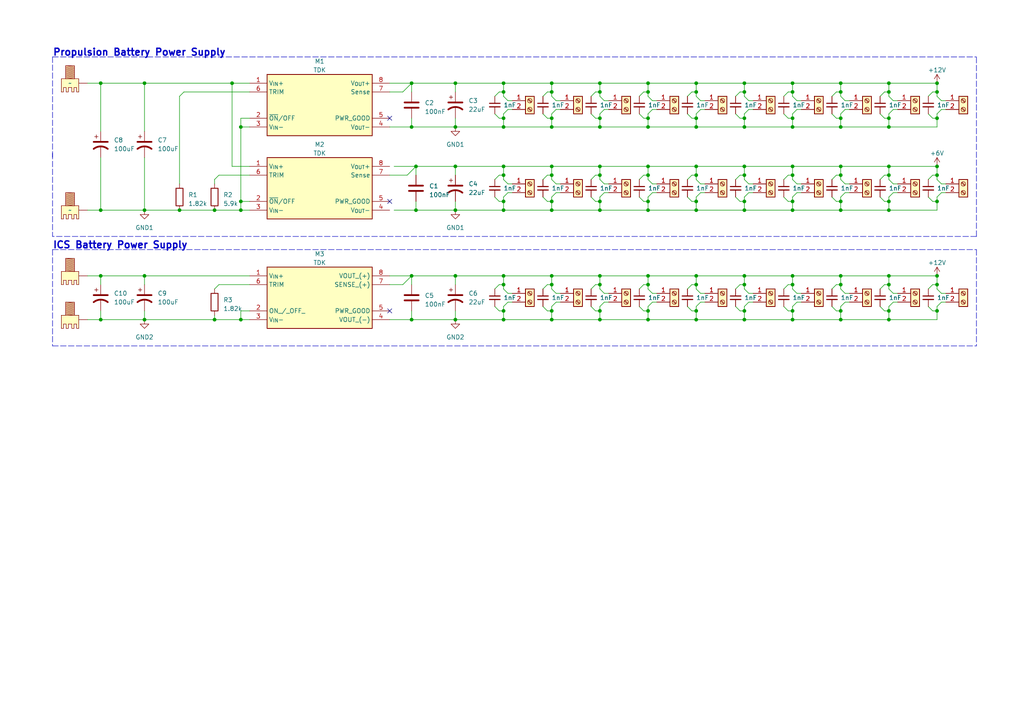
<source format=kicad_sch>
(kicad_sch (version 20230121) (generator eeschema)
  (paper "A4")
  (lib_symbols
    (symbol "Connector:Screw_Terminal_01x02" (pin_names (offset 1.016) hide)
      (property "Reference" "J" (at 0 2.54 0))
      (property "Value" "Screw_Terminal_01x02" (at 0 -5.08 0))
      (symbol "Screw_Terminal_01x02_1_1"
        (pin passive line (at -5.08 0 0) (length 3.81) (name "Pin_1") (number "1"))
        (pin passive line (at -5.08 -2.54 0) (length 3.81) (name "Pin_2") (number "2"))
      )
    )
    (symbol "Device:C" (pin_numbers hide) (pin_names (offset 0.254))
      (property "Reference" "C" (at 0.635 2.54 0))
      (property "Value" "C" (at 0.635 -2.54 0))
      (symbol "C_1_1"
        (pin passive line (at 0 3.81 270) (length 2.794) (name "~") (number "1"))
        (pin passive line (at 0 -3.81 90) (length 2.794) (name "~") (number "2"))
      )
    )
    (symbol "Device:C_Polarized_US" (pin_numbers hide) (pin_names (offset 0.254) hide)
      (property "Reference" "C" (at 0.635 2.54 0))
      (property "Value" "C_Polarized_US" (at 0.635 -2.54 0))
      (symbol "C_Polarized_US_1_1"
        (pin passive line (at 0 3.81 270) (length 2.794) (name "~") (number "1"))
        (pin passive line (at 0 -3.81 90) (length 3.302) (name "~") (number "2"))
      )
    )
    (symbol "Device:C_Small" (pin_numbers hide) (pin_names (offset 0.254) hide)
      (property "Reference" "C" (at 0.254 1.778 0))
      (property "Value" "C_Small" (at 0.254 -2.032 0))
      (symbol "C_Small_1_1"
        (pin passive line (at 0 2.54 270) (length 2.032) (name "~") (number "1"))
        (pin passive line (at 0 -2.54 90) (length 2.032) (name "~") (number "2"))
      )
    )
    (symbol "Device:R" (pin_numbers hide) (pin_names (offset 0))
      (property "Reference" "R" (at 2.032 0 90))
      (property "Value" "R" (at 0 0 90))
      (symbol "R_1_1"
        (pin passive line (at 0 3.81 270) (length 1.27) (name "~") (number "1"))
        (pin passive line (at 0 -3.81 90) (length 1.27) (name "~") (number "2"))
      )
    )
    (symbol "My Global Library:M5_Screw_Terminal_Side"
      (property "Reference" "J" (at 2.54 2.54 0))
      (symbol "M5_Screw_Terminal_Side_1_1"
        (pin input line (at -5.08 0 0) (length 2.54) (name "0") (number "1"))
      )
    )
    (symbol "My Global Library:TDK"
      (property "Reference" "M" (at 36.83 7.62 0))
      (property "Value" "TDK" (at 7.62 5.08 0))
      (symbol "TDK_1_1"
        (pin passive line (at 0 0 0) (length 5.08) (name "V_{IN}+") (number "1"))
        (pin passive line (at 0 -10.16 0) (length 5.08) (name "ON_/_OFF_") (number "2"))
        (pin passive line (at 0 -12.7 0) (length 5.08) (name "V_{IN}-") (number "3"))
        (pin passive line (at 40.64 -12.7 180) (length 5.08) (name "VOUT_(-)") (number "4"))
        (pin passive line (at 40.64 -10.16 180) (length 5.08) (name "PWR_GOOD") (number "5"))
        (pin passive line (at 0 -2.54 0) (length 5.08) (name "TRIM") (number "6"))
        (pin passive line (at 40.64 -2.54 180) (length 5.08) (name "SENSE_(+)") (number "7"))
        (pin passive line (at 40.64 0 180) (length 5.08) (name "VOUT_(+)") (number "8"))
      )
    )
    (symbol "TDK_1"
      (property "Reference" "M" (at 36.83 7.62 0))
      (property "Value" "TDK" (at 7.62 5.08 0))
      (symbol "TDK_1_1_1"
        (pin passive line (at 0 0 0) (length 5.08) (name "V_{IN}+") (number "1"))
        (pin passive line (at 0 -10.16 0) (length 5.08) (name "~{ON}/OFF") (number "2"))
        (pin passive line (at 0 -12.7 0) (length 5.08) (name "V_{IN}-") (number "3"))
        (pin passive line (at 40.64 -12.7 180) (length 5.08) (name "V_{OUT}-") (number "4"))
        (pin passive line (at 40.64 -10.16 180) (length 5.08) (name "PWR_GOOD") (number "5"))
        (pin passive line (at 0 -2.54 0) (length 5.08) (name "TRIM") (number "6"))
        (pin passive line (at 40.64 -2.54 180) (length 5.08) (name "Sense") (number "7"))
        (pin passive line (at 40.64 0 180) (length 5.08) (name "V_{OUT}+") (number "8"))
      )
    )
    (symbol "TDK_2"
      (property "Reference" "M" (at 36.83 7.62 0))
      (property "Value" "TDK" (at 7.62 5.08 0))
      (symbol "TDK_2_1_1"
        (pin passive line (at 0 0 0) (length 5.08) (name "V_{IN}+") (number "1"))
        (pin passive line (at 0 -10.16 0) (length 5.08) (name "~{ON}/OFF") (number "2"))
        (pin passive line (at 0 -12.7 0) (length 5.08) (name "V_{IN}-") (number "3"))
        (pin passive line (at 40.64 -12.7 180) (length 5.08) (name "V_{OUT}-") (number "4"))
        (pin passive line (at 40.64 -10.16 180) (length 5.08) (name "PWR_GOOD") (number "5"))
        (pin passive line (at 0 -2.54 0) (length 5.08) (name "TRIM") (number "6"))
        (pin passive line (at 40.64 -2.54 180) (length 5.08) (name "Sense") (number "7"))
        (pin passive line (at 40.64 0 180) (length 5.08) (name "V_{OUT}+") (number "8"))
      )
    )
    (symbol "power:+12V" (power) (pin_names (offset 0))
      (property "Value" "+12V" (at 0 3.556 0))
      (symbol "+12V_1_1"
        (pin power_in line (at 0 0 90) (length 0) hide (name "+12V") (number "1"))
      )
    )
    (symbol "power:+6V" (power) (pin_names (offset 0))
      (property "Value" "+6V" (at 0 3.556 0))
      (symbol "+6V_1_1"
        (pin power_in line (at 0 0 90) (length 0) hide (name "+6V") (number "1"))
      )
    )
    (symbol "power:GND1" (power) (pin_names (offset 0))
      (property "Value" "GND1" (at 0 -3.81 0))
      (symbol "GND1_1_1"
        (pin power_in line (at 0 0 270) (length 0) hide (name "GND1") (number "1"))
      )
    )
    (symbol "power:GND2" (power) (pin_names (offset 0))
      (property "Value" "GND2" (at 0 -3.81 0))
      (symbol "GND2_1_1"
        (pin power_in line (at 0 0 270) (length 0) hide (name "GND2") (number "1"))
      )
    )
  )
  (junction (at 257.81 36.83))
  (junction (at 160.02 48.26))
  (junction (at 201.93 92.71))
  (junction (at 173.99 58.42))
  (junction (at 41.91 80.01))
  (junction (at 146.05 60.96))
  (junction (at 119.38 36.83))
  (junction (at 187.96 36.83))
  (junction (at 201.93 24.13))
  (junction (at 173.99 60.96))
  (junction (at 173.99 92.71))
  (junction (at 229.87 90.17))
  (junction (at 62.23 60.96))
  (junction (at 119.38 92.71))
  (junction (at 160.02 60.96))
  (junction (at 41.91 60.96))
  (junction (at 201.93 82.55))
  (junction (at 69.85 36.83))
  (junction (at 187.96 50.8))
  (junction (at 187.96 26.67))
  (junction (at 243.84 60.96))
  (junction (at 271.78 24.13))
  (junction (at 243.84 26.67))
  (junction (at 229.87 60.96))
  (junction (at 215.9 82.55))
  (junction (at 243.84 90.17))
  (junction (at 160.02 92.71))
  (junction (at 215.9 48.26))
  (junction (at 132.08 80.01))
  (junction (at 201.93 50.8))
  (junction (at 132.08 24.13))
  (junction (at 29.21 80.01))
  (junction (at 173.99 24.13))
  (junction (at 257.81 34.29))
  (junction (at 201.93 90.17))
  (junction (at 29.21 92.71))
  (junction (at 271.78 90.17))
  (junction (at 52.07 60.96))
  (junction (at 271.78 58.42))
  (junction (at 146.05 34.29))
  (junction (at 201.93 58.42))
  (junction (at 120.65 60.96))
  (junction (at 271.78 50.8))
  (junction (at 69.85 58.42))
  (junction (at 146.05 26.67))
  (junction (at 187.96 82.55))
  (junction (at 215.9 36.83))
  (junction (at 243.84 50.8))
  (junction (at 62.23 92.71))
  (junction (at 146.05 36.83))
  (junction (at 257.81 92.71))
  (junction (at 215.9 60.96))
  (junction (at 243.84 58.42))
  (junction (at 243.84 92.71))
  (junction (at 41.91 92.71))
  (junction (at 257.81 48.26))
  (junction (at 160.02 58.42))
  (junction (at 160.02 26.67))
  (junction (at 187.96 92.71))
  (junction (at 257.81 26.67))
  (junction (at 187.96 34.29))
  (junction (at 243.84 34.29))
  (junction (at 229.87 50.8))
  (junction (at 173.99 82.55))
  (junction (at 257.81 60.96))
  (junction (at 243.84 24.13))
  (junction (at 132.08 92.71))
  (junction (at 243.84 80.01))
  (junction (at 201.93 34.29))
  (junction (at 271.78 34.29))
  (junction (at 119.38 24.13))
  (junction (at 69.85 92.71))
  (junction (at 201.93 36.83))
  (junction (at 215.9 26.67))
  (junction (at 173.99 48.26))
  (junction (at 271.78 48.26))
  (junction (at 229.87 24.13))
  (junction (at 160.02 24.13))
  (junction (at 187.96 48.26))
  (junction (at 119.38 80.01))
  (junction (at 229.87 82.55))
  (junction (at 160.02 34.29))
  (junction (at 160.02 80.01))
  (junction (at 215.9 24.13))
  (junction (at 215.9 92.71))
  (junction (at 257.81 50.8))
  (junction (at 187.96 80.01))
  (junction (at 146.05 92.71))
  (junction (at 257.81 58.42))
  (junction (at 132.08 60.96))
  (junction (at 229.87 48.26))
  (junction (at 229.87 36.83))
  (junction (at 120.65 48.26))
  (junction (at 146.05 80.01))
  (junction (at 201.93 60.96))
  (junction (at 160.02 36.83))
  (junction (at 229.87 80.01))
  (junction (at 173.99 50.8))
  (junction (at 41.91 24.13))
  (junction (at 173.99 26.67))
  (junction (at 173.99 90.17))
  (junction (at 132.08 36.83))
  (junction (at 160.02 82.55))
  (junction (at 173.99 34.29))
  (junction (at 201.93 48.26))
  (junction (at 146.05 50.8))
  (junction (at 29.21 24.13))
  (junction (at 187.96 24.13))
  (junction (at 187.96 90.17))
  (junction (at 243.84 82.55))
  (junction (at 187.96 60.96))
  (junction (at 243.84 36.83))
  (junction (at 132.08 48.26))
  (junction (at 229.87 58.42))
  (junction (at 215.9 34.29))
  (junction (at 187.96 58.42))
  (junction (at 146.05 48.26))
  (junction (at 201.93 80.01))
  (junction (at 146.05 82.55))
  (junction (at 173.99 36.83))
  (junction (at 146.05 90.17))
  (junction (at 257.81 24.13))
  (junction (at 146.05 24.13))
  (junction (at 215.9 90.17))
  (junction (at 243.84 48.26))
  (junction (at 201.93 26.67))
  (junction (at 257.81 82.55))
  (junction (at 215.9 80.01))
  (junction (at 257.81 90.17))
  (junction (at 146.05 58.42))
  (junction (at 67.31 24.13))
  (junction (at 215.9 58.42))
  (junction (at 229.87 92.71))
  (junction (at 271.78 82.55))
  (junction (at 229.87 26.67))
  (junction (at 215.9 50.8))
  (junction (at 271.78 26.67))
  (junction (at 160.02 50.8))
  (junction (at 160.02 90.17))
  (junction (at 173.99 80.01))
  (junction (at 229.87 34.29))
  (junction (at 29.21 60.96))
  (junction (at 271.78 80.01))
  (junction (at 69.85 60.96))
  (junction (at 257.81 80.01))
  (no_connect (at 113.03 90.17))
  (no_connect (at 113.03 58.42))
  (no_connect (at 113.03 34.29))
  (wire (pts (xy 69.85 34.29) (xy 72.39 34.29)))
  (wire (pts (xy 113.03 36.83) (xy 119.38 36.83)))
  (wire (pts (xy 259.08 31.75) (xy 260.35 31.75)))
  (wire (pts (xy 243.84 60.96) (xy 257.81 60.96)))
  (polyline (pts (xy 15.24 44.45) (xy 15.24 68.58)) (stroke (width 0) (type dash)))
  (wire (pts (xy 256.54 82.55) (xy 257.81 82.55)))
  (wire (pts (xy 114.3 60.96) (xy 120.65 60.96)))
  (wire (pts (xy 271.78 57.15) (xy 271.78 58.42)))
  (wire (pts (xy 215.9 33.02) (xy 215.9 34.29)))
  (wire (pts (xy 119.38 24.13) (xy 132.08 24.13)))
  (wire (pts (xy 132.08 24.13) (xy 146.05 24.13)))
  (wire (pts (xy 69.85 36.83) (xy 72.39 36.83)))
  (wire (pts (xy 62.23 52.07) (xy 63.5 50.8)))
  (wire (pts (xy 113.03 24.13) (xy 119.38 24.13)))
  (wire (pts (xy 201.93 88.9) (xy 201.93 90.17)))
  (wire (pts (xy 113.03 92.71) (xy 119.38 92.71)))
  (wire (pts (xy 161.29 87.63) (xy 162.56 87.63)))
  (wire (pts (xy 241.3 27.94) (xy 242.57 26.67)))
  (wire (pts (xy 257.81 36.83) (xy 271.78 36.83)))
  (wire (pts (xy 132.08 92.71) (xy 146.05 92.71)))
  (wire (pts (xy 186.69 34.29) (xy 187.96 34.29)))
  (wire (pts (xy 201.93 82.55) (xy 201.93 83.82)))
  (wire (pts (xy 171.45 57.15) (xy 172.72 58.42)))
  (wire (pts (xy 143.51 83.82) (xy 144.78 82.55)))
  (wire (pts (xy 147.32 31.75) (xy 146.05 33.02)))
  (wire (pts (xy 113.03 82.55) (xy 116.84 82.55)))
  (wire (pts (xy 119.38 24.13) (xy 119.38 26.67)))
  (wire (pts (xy 215.9 36.83) (xy 229.87 36.83)))
  (wire (pts (xy 270.51 26.67) (xy 271.78 26.67)))
  (wire (pts (xy 175.26 31.75) (xy 173.99 33.02)))
  (wire (pts (xy 160.02 82.55) (xy 160.02 83.82)))
  (wire (pts (xy 173.99 33.02) (xy 173.99 34.29)))
  (wire (pts (xy 214.63 50.8) (xy 215.9 50.8)))
  (wire (pts (xy 187.96 34.29) (xy 187.96 36.83)))
  (wire (pts (xy 203.2 53.34) (xy 204.47 53.34)))
  (wire (pts (xy 243.84 88.9) (xy 243.84 90.17)))
  (wire (pts (xy 187.96 58.42) (xy 187.96 60.96)))
  (wire (pts (xy 158.75 90.17) (xy 160.02 90.17)))
  (wire (pts (xy 146.05 58.42) (xy 146.05 60.96)))
  (wire (pts (xy 271.78 82.55) (xy 271.78 83.82)))
  (wire (pts (xy 173.99 52.07) (xy 175.26 53.34)))
  (wire (pts (xy 214.63 34.29) (xy 215.9 34.29)))
  (wire (pts (xy 229.87 34.29) (xy 229.87 36.83)))
  (wire (pts (xy 229.87 27.94) (xy 231.14 29.21)))
  (wire (pts (xy 213.36 27.94) (xy 214.63 26.67)))
  (wire (pts (xy 187.96 57.15) (xy 187.96 58.42)))
  (wire (pts (xy 228.6 82.55) (xy 229.87 82.55)))
  (wire (pts (xy 173.99 80.01) (xy 187.96 80.01)))
  (wire (pts (xy 25.4 60.96) (xy 29.21 60.96)))
  (wire (pts (xy 157.48 57.15) (xy 158.75 58.42)))
  (wire (pts (xy 186.69 26.67) (xy 187.96 26.67)))
  (wire (pts (xy 199.39 57.15) (xy 200.66 58.42)))
  (wire (pts (xy 203.2 55.88) (xy 201.93 57.15)))
  (wire (pts (xy 229.87 52.07) (xy 231.14 53.34)))
  (wire (pts (xy 160.02 48.26) (xy 160.02 50.8)))
  (wire (pts (xy 257.81 33.02) (xy 257.81 34.29)))
  (wire (pts (xy 245.11 87.63) (xy 246.38 87.63)))
  (wire (pts (xy 201.93 92.71) (xy 215.9 92.71)))
  (wire (pts (xy 257.81 82.55) (xy 257.81 83.82)))
  (wire (pts (xy 200.66 50.8) (xy 201.93 50.8)))
  (wire (pts (xy 132.08 48.26) (xy 146.05 48.26)))
  (wire (pts (xy 241.3 57.15) (xy 242.57 58.42)))
  (wire (pts (xy 172.72 82.55) (xy 173.99 82.55)))
  (wire (pts (xy 241.3 52.07) (xy 242.57 50.8)))
  (wire (pts (xy 201.93 83.82) (xy 203.2 85.09)))
  (wire (pts (xy 229.87 88.9) (xy 229.87 90.17)))
  (wire (pts (xy 217.17 85.09) (xy 218.44 85.09)))
  (wire (pts (xy 160.02 57.15) (xy 160.02 58.42)))
  (wire (pts (xy 173.99 34.29) (xy 173.99 36.83)))
  (wire (pts (xy 271.78 24.13) (xy 271.78 26.67)))
  (wire (pts (xy 231.14 29.21) (xy 232.41 29.21)))
  (wire (pts (xy 189.23 55.88) (xy 187.96 57.15)))
  (wire (pts (xy 171.45 33.02) (xy 172.72 34.29)))
  (wire (pts (xy 187.96 33.02) (xy 187.96 34.29)))
  (wire (pts (xy 199.39 88.9) (xy 200.66 90.17)))
  (wire (pts (xy 187.96 82.55) (xy 187.96 83.82)))
  (wire (pts (xy 189.23 31.75) (xy 187.96 33.02)))
  (wire (pts (xy 147.32 29.21) (xy 148.59 29.21)))
  (wire (pts (xy 229.87 60.96) (xy 243.84 60.96)))
  (wire (pts (xy 160.02 90.17) (xy 160.02 92.71)))
  (wire (pts (xy 118.11 50.8) (xy 120.65 48.26)))
  (wire (pts (xy 215.9 88.9) (xy 215.9 90.17)))
  (wire (pts (xy 161.29 55.88) (xy 162.56 55.88)))
  (wire (pts (xy 203.2 55.88) (xy 204.47 55.88)))
  (wire (pts (xy 160.02 24.13) (xy 173.99 24.13)))
  (wire (pts (xy 160.02 58.42) (xy 160.02 60.96)))
  (wire (pts (xy 146.05 88.9) (xy 146.05 90.17)))
  (wire (pts (xy 271.78 50.8) (xy 271.78 52.07)))
  (wire (pts (xy 187.96 88.9) (xy 187.96 90.17)))
  (wire (pts (xy 173.99 26.67) (xy 173.99 27.94)))
  (wire (pts (xy 161.29 55.88) (xy 160.02 57.15)))
  (wire (pts (xy 257.81 52.07) (xy 259.08 53.34)))
  (wire (pts (xy 173.99 80.01) (xy 173.99 82.55)))
  (wire (pts (xy 257.81 92.71) (xy 271.78 92.71)))
  (wire (pts (xy 245.11 53.34) (xy 246.38 53.34)))
  (wire (pts (xy 171.45 27.94) (xy 172.72 26.67)))
  (wire (pts (xy 160.02 83.82) (xy 161.29 85.09)))
  (wire (pts (xy 160.02 33.02) (xy 160.02 34.29)))
  (wire (pts (xy 144.78 34.29) (xy 146.05 34.29)))
  (wire (pts (xy 199.39 33.02) (xy 200.66 34.29)))
  (wire (pts (xy 173.99 82.55) (xy 173.99 83.82)))
  (wire (pts (xy 185.42 83.82) (xy 186.69 82.55)))
  (wire (pts (xy 175.26 29.21) (xy 176.53 29.21)))
  (wire (pts (xy 146.05 24.13) (xy 160.02 24.13)))
  (wire (pts (xy 189.23 87.63) (xy 190.5 87.63)))
  (wire (pts (xy 157.48 88.9) (xy 158.75 90.17)))
  (wire (pts (xy 271.78 90.17) (xy 271.78 92.71)))
  (wire (pts (xy 231.14 55.88) (xy 229.87 57.15)))
  (wire (pts (xy 144.78 50.8) (xy 146.05 50.8)))
  (wire (pts (xy 172.72 50.8) (xy 173.99 50.8)))
  (wire (pts (xy 161.29 53.34) (xy 162.56 53.34)))
  (wire (pts (xy 187.96 36.83) (xy 201.93 36.83)))
  (wire (pts (xy 201.93 33.02) (xy 201.93 34.29)))
  (wire (pts (xy 161.29 87.63) (xy 160.02 88.9)))
  (wire (pts (xy 227.33 33.02) (xy 228.6 34.29)))
  (wire (pts (xy 69.85 58.42) (xy 69.85 60.96)))
  (wire (pts (xy 52.07 60.96) (xy 62.23 60.96)))
  (wire (pts (xy 173.99 48.26) (xy 173.99 50.8)))
  (wire (pts (xy 161.29 31.75) (xy 160.02 33.02)))
  (wire (pts (xy 144.78 58.42) (xy 146.05 58.42)))
  (wire (pts (xy 187.96 48.26) (xy 187.96 50.8)))
  (wire (pts (xy 217.17 55.88) (xy 215.9 57.15)))
  (wire (pts (xy 172.72 34.29) (xy 173.99 34.29)))
  (wire (pts (xy 215.9 90.17) (xy 215.9 92.71)))
  (wire (pts (xy 243.84 90.17) (xy 243.84 92.71)))
  (wire (pts (xy 146.05 80.01) (xy 146.05 82.55)))
  (wire (pts (xy 243.84 58.42) (xy 243.84 60.96)))
  (wire (pts (xy 257.81 24.13) (xy 271.78 24.13)))
  (wire (pts (xy 173.99 58.42) (xy 173.99 60.96)))
  (wire (pts (xy 255.27 83.82) (xy 256.54 82.55)))
  (wire (pts (xy 215.9 92.71) (xy 229.87 92.71)))
  (wire (pts (xy 173.99 36.83) (xy 187.96 36.83)))
  (wire (pts (xy 229.87 83.82) (xy 231.14 85.09)))
  (wire (pts (xy 227.33 83.82) (xy 228.6 82.55)))
  (wire (pts (xy 132.08 90.17) (xy 132.08 92.71)))
  (wire (pts (xy 113.03 50.8) (xy 118.11 50.8)))
  (wire (pts (xy 119.38 92.71) (xy 132.08 92.71)))
  (wire (pts (xy 143.51 33.02) (xy 144.78 34.29)))
  (wire (pts (xy 257.81 27.94) (xy 259.08 29.21)))
  (wire (pts (xy 215.9 24.13) (xy 215.9 26.67)))
  (wire (pts (xy 146.05 24.13) (xy 146.05 26.67)))
  (wire (pts (xy 186.69 82.55) (xy 187.96 82.55)))
  (wire (pts (xy 242.57 50.8) (xy 243.84 50.8)))
  (wire (pts (xy 231.14 31.75) (xy 229.87 33.02)))
  (wire (pts (xy 201.93 34.29) (xy 201.93 36.83)))
  (wire (pts (xy 173.99 88.9) (xy 173.99 90.17)))
  (wire (pts (xy 213.36 88.9) (xy 214.63 90.17)))
  (wire (pts (xy 243.84 36.83) (xy 257.81 36.83)))
  (wire (pts (xy 217.17 53.34) (xy 218.44 53.34)))
  (wire (pts (xy 201.93 90.17) (xy 201.93 92.71)))
  (wire (pts (xy 132.08 48.26) (xy 132.08 50.8)))
  (wire (pts (xy 132.08 80.01) (xy 146.05 80.01)))
  (wire (pts (xy 175.26 87.63) (xy 173.99 88.9)))
  (wire (pts (xy 69.85 34.29) (xy 69.85 36.83)))
  (wire (pts (xy 187.96 24.13) (xy 201.93 24.13)))
  (wire (pts (xy 217.17 29.21) (xy 218.44 29.21)))
  (wire (pts (xy 228.6 50.8) (xy 229.87 50.8)))
  (wire (pts (xy 229.87 36.83) (xy 243.84 36.83)))
  (wire (pts (xy 147.32 55.88) (xy 148.59 55.88)))
  (wire (pts (xy 187.96 80.01) (xy 201.93 80.01)))
  (wire (pts (xy 231.14 87.63) (xy 229.87 88.9)))
  (wire (pts (xy 243.84 33.02) (xy 243.84 34.29)))
  (wire (pts (xy 119.38 36.83) (xy 132.08 36.83)))
  (wire (pts (xy 214.63 90.17) (xy 215.9 90.17)))
  (wire (pts (xy 25.4 24.13) (xy 29.21 24.13)))
  (wire (pts (xy 157.48 27.94) (xy 158.75 26.67)))
  (wire (pts (xy 243.84 48.26) (xy 243.84 50.8)))
  (wire (pts (xy 62.23 91.44) (xy 62.23 92.71)))
  (wire (pts (xy 243.84 80.01) (xy 257.81 80.01)))
  (wire (pts (xy 143.51 52.07) (xy 144.78 50.8)))
  (wire (pts (xy 215.9 48.26) (xy 215.9 50.8)))
  (wire (pts (xy 29.21 45.72) (xy 29.21 60.96)))
  (wire (pts (xy 215.9 34.29) (xy 215.9 36.83)))
  (wire (pts (xy 158.75 50.8) (xy 160.02 50.8)))
  (wire (pts (xy 229.87 33.02) (xy 229.87 34.29)))
  (wire (pts (xy 255.27 52.07) (xy 256.54 50.8)))
  (wire (pts (xy 231.14 53.34) (xy 232.41 53.34)))
  (wire (pts (xy 157.48 33.02) (xy 158.75 34.29)))
  (wire (pts (xy 257.81 83.82) (xy 259.08 85.09)))
  (wire (pts (xy 199.39 27.94) (xy 200.66 26.67)))
  (wire (pts (xy 229.87 82.55) (xy 229.87 83.82)))
  (wire (pts (xy 72.39 82.55) (xy 63.5 82.55)))
  (wire (pts (xy 214.63 26.67) (xy 215.9 26.67)))
  (wire (pts (xy 215.9 83.82) (xy 217.17 85.09)))
  (wire (pts (xy 173.99 24.13) (xy 173.99 26.67)))
  (wire (pts (xy 229.87 80.01) (xy 243.84 80.01)))
  (wire (pts (xy 217.17 87.63) (xy 218.44 87.63)))
  (wire (pts (xy 273.05 87.63) (xy 274.32 87.63)))
  (wire (pts (xy 187.96 90.17) (xy 187.96 92.71)))
  (wire (pts (xy 116.84 82.55) (xy 119.38 80.01)))
  (wire (pts (xy 231.14 55.88) (xy 232.41 55.88)))
  (wire (pts (xy 160.02 88.9) (xy 160.02 90.17)))
  (wire (pts (xy 269.24 83.82) (xy 270.51 82.55)))
  (wire (pts (xy 186.69 50.8) (xy 187.96 50.8)))
  (wire (pts (xy 160.02 27.94) (xy 161.29 29.21)))
  (wire (pts (xy 147.32 31.75) (xy 148.59 31.75)))
  (wire (pts (xy 116.84 26.67) (xy 119.38 24.13)))
  (wire (pts (xy 69.85 36.83) (xy 69.85 58.42)))
  (wire (pts (xy 269.24 52.07) (xy 270.51 50.8)))
  (wire (pts (xy 201.93 52.07) (xy 203.2 53.34)))
  (wire (pts (xy 273.05 31.75) (xy 274.32 31.75)))
  (wire (pts (xy 143.51 27.94) (xy 144.78 26.67)))
  (wire (pts (xy 245.11 85.09) (xy 246.38 85.09)))
  (wire (pts (xy 199.39 52.07) (xy 200.66 50.8)))
  (wire (pts (xy 185.42 27.94) (xy 186.69 26.67)))
  (wire (pts (xy 146.05 60.96) (xy 160.02 60.96)))
  (wire (pts (xy 229.87 26.67) (xy 229.87 27.94)))
  (wire (pts (xy 69.85 92.71) (xy 72.39 92.71)))
  (wire (pts (xy 187.96 80.01) (xy 187.96 82.55)))
  (wire (pts (xy 243.84 24.13) (xy 257.81 24.13)))
  (wire (pts (xy 201.93 57.15) (xy 201.93 58.42)))
  (wire (pts (xy 217.17 55.88) (xy 218.44 55.88)))
  (polyline (pts (xy 283.21 68.58) (xy 283.21 16.51)) (stroke (width 0) (type dash)))
  (polyline (pts (xy 15.24 16.51) (xy 15.24 45.72)) (stroke (width 0) (type dash)))
  (wire (pts (xy 120.65 60.96) (xy 132.08 60.96)))
  (wire (pts (xy 213.36 83.82) (xy 214.63 82.55)))
  (wire (pts (xy 160.02 92.71) (xy 173.99 92.71)))
  (wire (pts (xy 201.93 24.13) (xy 215.9 24.13)))
  (wire (pts (xy 173.99 48.26) (xy 187.96 48.26)))
  (wire (pts (xy 215.9 24.13) (xy 229.87 24.13)))
  (wire (pts (xy 187.96 92.71) (xy 201.93 92.71)))
  (wire (pts (xy 245.11 87.63) (xy 243.84 88.9)))
  (wire (pts (xy 245.11 29.21) (xy 246.38 29.21)))
  (wire (pts (xy 147.32 87.63) (xy 146.05 88.9)))
  (wire (pts (xy 270.51 50.8) (xy 271.78 50.8)))
  (wire (pts (xy 119.38 90.17) (xy 119.38 92.71)))
  (wire (pts (xy 255.27 27.94) (xy 256.54 26.67)))
  (wire (pts (xy 186.69 90.17) (xy 187.96 90.17)))
  (wire (pts (xy 242.57 58.42) (xy 243.84 58.42)))
  (wire (pts (xy 172.72 58.42) (xy 173.99 58.42)))
  (wire (pts (xy 187.96 48.26) (xy 201.93 48.26)))
  (wire (pts (xy 201.93 36.83) (xy 215.9 36.83)))
  (wire (pts (xy 242.57 34.29) (xy 243.84 34.29)))
  (wire (pts (xy 186.69 58.42) (xy 187.96 58.42)))
  (polyline (pts (xy 15.24 16.51) (xy 283.21 16.51)) (stroke (width 0) (type dash)))
  (wire (pts (xy 229.87 24.13) (xy 229.87 26.67)))
  (wire (pts (xy 185.42 52.07) (xy 186.69 50.8)))
  (wire (pts (xy 132.08 80.01) (xy 132.08 82.55)))
  (wire (pts (xy 257.81 80.01) (xy 257.81 82.55)))
  (wire (pts (xy 271.78 88.9) (xy 271.78 90.17)))
  (wire (pts (xy 171.45 52.07) (xy 172.72 50.8)))
  (wire (pts (xy 271.78 27.94) (xy 273.05 29.21)))
  (wire (pts (xy 41.91 80.01) (xy 72.39 80.01)))
  (wire (pts (xy 158.75 58.42) (xy 160.02 58.42)))
  (wire (pts (xy 242.57 26.67) (xy 243.84 26.67)))
  (wire (pts (xy 185.42 57.15) (xy 186.69 58.42)))
  (wire (pts (xy 160.02 48.26) (xy 173.99 48.26)))
  (wire (pts (xy 271.78 48.26) (xy 271.78 50.8)))
  (wire (pts (xy 187.96 50.8) (xy 187.96 52.07)))
  (wire (pts (xy 215.9 26.67) (xy 215.9 27.94)))
  (wire (pts (xy 256.54 34.29) (xy 257.81 34.29)))
  (wire (pts (xy 52.07 27.94) (xy 52.07 53.34)))
  (wire (pts (xy 25.4 92.71) (xy 29.21 92.71)))
  (wire (pts (xy 200.66 90.17) (xy 201.93 90.17)))
  (wire (pts (xy 147.32 53.34) (xy 148.59 53.34)))
  (wire (pts (xy 270.51 58.42) (xy 271.78 58.42)))
  (wire (pts (xy 257.81 57.15) (xy 257.81 58.42)))
  (wire (pts (xy 242.57 82.55) (xy 243.84 82.55)))
  (wire (pts (xy 257.81 48.26) (xy 271.78 48.26)))
  (wire (pts (xy 120.65 48.26) (xy 120.65 50.8)))
  (wire (pts (xy 257.81 50.8) (xy 257.81 52.07)))
  (wire (pts (xy 213.36 52.07) (xy 214.63 50.8)))
  (wire (pts (xy 41.91 45.72) (xy 41.91 60.96)))
  (wire (pts (xy 67.31 24.13) (xy 67.31 48.26)))
  (wire (pts (xy 143.51 57.15) (xy 144.78 58.42)))
  (wire (pts (xy 201.93 24.13) (xy 201.93 26.67)))
  (wire (pts (xy 245.11 55.88) (xy 243.84 57.15)))
  (wire (pts (xy 213.36 57.15) (xy 214.63 58.42)))
  (wire (pts (xy 132.08 34.29) (xy 132.08 36.83)))
  (wire (pts (xy 187.96 26.67) (xy 187.96 27.94)))
  (wire (pts (xy 62.23 92.71) (xy 69.85 92.71)))
  (wire (pts (xy 271.78 83.82) (xy 273.05 85.09)))
  (wire (pts (xy 243.84 26.67) (xy 243.84 27.94)))
  (wire (pts (xy 160.02 80.01) (xy 160.02 82.55)))
  (wire (pts (xy 271.78 34.29) (xy 271.78 36.83)))
  (wire (pts (xy 201.93 50.8) (xy 201.93 52.07)))
  (wire (pts (xy 256.54 50.8) (xy 257.81 50.8)))
  (wire (pts (xy 243.84 34.29) (xy 243.84 36.83)))
  (wire (pts (xy 146.05 27.94) (xy 147.32 29.21)))
  (wire (pts (xy 215.9 48.26) (xy 229.87 48.26)))
  (wire (pts (xy 228.6 58.42) (xy 229.87 58.42)))
  (wire (pts (xy 245.11 31.75) (xy 246.38 31.75)))
  (wire (pts (xy 62.23 60.96) (xy 69.85 60.96)))
  (wire (pts (xy 146.05 90.17) (xy 146.05 92.71)))
  (wire (pts (xy 160.02 26.67) (xy 160.02 27.94)))
  (wire (pts (xy 229.87 48.26) (xy 229.87 50.8)))
  (wire (pts (xy 201.93 26.67) (xy 201.93 27.94)))
  (wire (pts (xy 119.38 80.01) (xy 119.38 82.55)))
  (wire (pts (xy 273.05 29.21) (xy 274.32 29.21)))
  (wire (pts (xy 132.08 60.96) (xy 146.05 60.96)))
  (wire (pts (xy 243.84 48.26) (xy 257.81 48.26)))
  (wire (pts (xy 173.99 90.17) (xy 173.99 92.71)))
  (wire (pts (xy 161.29 31.75) (xy 162.56 31.75)))
  (wire (pts (xy 215.9 52.07) (xy 217.17 53.34)))
  (wire (pts (xy 203.2 31.75) (xy 201.93 33.02)))
  (wire (pts (xy 270.51 90.17) (xy 271.78 90.17)))
  (wire (pts (xy 62.23 53.34) (xy 62.23 52.07)))
  (wire (pts (xy 201.93 60.96) (xy 215.9 60.96)))
  (wire (pts (xy 257.81 80.01) (xy 271.78 80.01)))
  (wire (pts (xy 201.93 80.01) (xy 201.93 82.55)))
  (wire (pts (xy 243.84 57.15) (xy 243.84 58.42)))
  (wire (pts (xy 144.78 90.17) (xy 146.05 90.17)))
  (wire (pts (xy 228.6 90.17) (xy 229.87 90.17)))
  (wire (pts (xy 132.08 24.13) (xy 132.08 26.67)))
  (wire (pts (xy 200.66 34.29) (xy 201.93 34.29)))
  (wire (pts (xy 203.2 87.63) (xy 201.93 88.9)))
  (wire (pts (xy 213.36 33.02) (xy 214.63 34.29)))
  (wire (pts (xy 143.51 88.9) (xy 144.78 90.17)))
  (wire (pts (xy 200.66 26.67) (xy 201.93 26.67)))
  (wire (pts (xy 215.9 58.42) (xy 215.9 60.96)))
  (wire (pts (xy 245.11 31.75) (xy 243.84 33.02)))
  (wire (pts (xy 69.85 60.96) (xy 72.39 60.96)))
  (wire (pts (xy 173.99 24.13) (xy 187.96 24.13)))
  (wire (pts (xy 146.05 34.29) (xy 146.05 36.83)))
  (wire (pts (xy 114.3 48.26) (xy 120.65 48.26)))
  (wire (pts (xy 161.29 29.21) (xy 162.56 29.21)))
  (wire (pts (xy 256.54 58.42) (xy 257.81 58.42)))
  (polyline (pts (xy 15.24 100.33) (xy 283.21 100.33)) (stroke (width 0) (type dash)))
  (wire (pts (xy 273.05 55.88) (xy 274.32 55.88)))
  (wire (pts (xy 269.24 57.15) (xy 270.51 58.42)))
  (polyline (pts (xy 15.24 72.39) (xy 283.21 72.39)) (stroke (width 0) (type dash)))
  (polyline (pts (xy 283.21 72.39) (xy 283.21 100.33)) (stroke (width 0) (type dash)))
  (wire (pts (xy 243.84 83.82) (xy 245.11 85.09)))
  (wire (pts (xy 146.05 26.67) (xy 146.05 27.94)))
  (wire (pts (xy 201.93 48.26) (xy 215.9 48.26)))
  (wire (pts (xy 175.26 87.63) (xy 176.53 87.63)))
  (wire (pts (xy 241.3 88.9) (xy 242.57 90.17)))
  (polyline (pts (xy 15.24 72.39) (xy 15.24 100.33)) (stroke (width 0) (type dash)))
  (wire (pts (xy 242.57 90.17) (xy 243.84 90.17)))
  (wire (pts (xy 172.72 90.17) (xy 173.99 90.17)))
  (wire (pts (xy 231.14 85.09) (xy 232.41 85.09)))
  (wire (pts (xy 29.21 90.17) (xy 29.21 92.71)))
  (wire (pts (xy 215.9 80.01) (xy 229.87 80.01)))
  (wire (pts (xy 146.05 82.55) (xy 146.05 83.82)))
  (wire (pts (xy 257.81 26.67) (xy 257.81 27.94)))
  (wire (pts (xy 273.05 85.09) (xy 274.32 85.09)))
  (wire (pts (xy 160.02 80.01) (xy 173.99 80.01)))
  (wire (pts (xy 175.26 53.34) (xy 176.53 53.34)))
  (wire (pts (xy 273.05 53.34) (xy 274.32 53.34)))
  (wire (pts (xy 270.51 82.55) (xy 271.78 82.55)))
  (wire (pts (xy 227.33 57.15) (xy 228.6 58.42)))
  (wire (pts (xy 175.26 55.88) (xy 176.53 55.88)))
  (wire (pts (xy 271.78 26.67) (xy 271.78 27.94)))
  (wire (pts (xy 203.2 31.75) (xy 204.47 31.75)))
  (wire (pts (xy 158.75 26.67) (xy 160.02 26.67)))
  (wire (pts (xy 215.9 57.15) (xy 215.9 58.42)))
  (wire (pts (xy 146.05 48.26) (xy 160.02 48.26)))
  (wire (pts (xy 173.99 92.71) (xy 187.96 92.71)))
  (wire (pts (xy 257.81 24.13) (xy 257.81 26.67)))
  (wire (pts (xy 69.85 90.17) (xy 72.39 90.17)))
  (wire (pts (xy 29.21 24.13) (xy 29.21 38.1)))
  (wire (pts (xy 160.02 36.83) (xy 173.99 36.83)))
  (wire (pts (xy 157.48 83.82) (xy 158.75 82.55)))
  (wire (pts (xy 217.17 31.75) (xy 215.9 33.02)))
  (wire (pts (xy 231.14 87.63) (xy 232.41 87.63)))
  (wire (pts (xy 41.91 24.13) (xy 67.31 24.13)))
  (wire (pts (xy 257.81 88.9) (xy 257.81 90.17)))
  (wire (pts (xy 215.9 27.94) (xy 217.17 29.21)))
  (wire (pts (xy 243.84 80.01) (xy 243.84 82.55)))
  (wire (pts (xy 229.87 57.15) (xy 229.87 58.42)))
  (wire (pts (xy 161.29 85.09) (xy 162.56 85.09)))
  (wire (pts (xy 173.99 60.96) (xy 187.96 60.96)))
  (wire (pts (xy 175.26 55.88) (xy 173.99 57.15)))
  (wire (pts (xy 146.05 48.26) (xy 146.05 50.8)))
  (wire (pts (xy 227.33 27.94) (xy 228.6 26.67)))
  (wire (pts (xy 189.23 87.63) (xy 187.96 88.9)))
  (wire (pts (xy 185.42 88.9) (xy 186.69 90.17)))
  (wire (pts (xy 187.96 52.07) (xy 189.23 53.34)))
  (wire (pts (xy 25.4 80.01) (xy 29.21 80.01)))
  (wire (pts (xy 201.93 80.01) (xy 215.9 80.01)))
  (wire (pts (xy 215.9 50.8) (xy 215.9 52.07)))
  (wire (pts (xy 255.27 33.02) (xy 256.54 34.29)))
  (wire (pts (xy 215.9 80.01) (xy 215.9 82.55)))
  (wire (pts (xy 199.39 83.82) (xy 200.66 82.55)))
  (wire (pts (xy 259.08 85.09) (xy 260.35 85.09)))
  (wire (pts (xy 269.24 27.94) (xy 270.51 26.67)))
  (wire (pts (xy 189.23 31.75) (xy 190.5 31.75)))
  (wire (pts (xy 273.05 31.75) (xy 271.78 33.02)))
  (wire (pts (xy 113.03 26.67) (xy 116.84 26.67)))
  (wire (pts (xy 229.87 48.26) (xy 243.84 48.26)))
  (wire (pts (xy 132.08 36.83) (xy 146.05 36.83)))
  (wire (pts (xy 171.45 88.9) (xy 172.72 90.17)))
  (wire (pts (xy 113.03 80.01) (xy 119.38 80.01)))
  (wire (pts (xy 271.78 80.01) (xy 271.78 82.55)))
  (wire (pts (xy 160.02 60.96) (xy 173.99 60.96)))
  (wire (pts (xy 215.9 82.55) (xy 215.9 83.82)))
  (wire (pts (xy 175.26 85.09) (xy 176.53 85.09)))
  (wire (pts (xy 187.96 27.94) (xy 189.23 29.21)))
  (wire (pts (xy 259.08 53.34) (xy 260.35 53.34)))
  (wire (pts (xy 146.05 50.8) (xy 146.05 52.07)))
  (wire (pts (xy 160.02 34.29) (xy 160.02 36.83)))
  (wire (pts (xy 273.05 55.88) (xy 271.78 57.15)))
  (wire (pts (xy 146.05 80.01) (xy 160.02 80.01)))
  (wire (pts (xy 245.11 55.88) (xy 246.38 55.88)))
  (wire (pts (xy 29.21 24.13) (xy 41.91 24.13)))
  (wire (pts (xy 273.05 87.63) (xy 271.78 88.9)))
  (wire (pts (xy 69.85 90.17) (xy 69.85 92.71)))
  (wire (pts (xy 189.23 29.21) (xy 190.5 29.21)))
  (wire (pts (xy 201.93 27.94) (xy 203.2 29.21)))
  (wire (pts (xy 160.02 52.07) (xy 161.29 53.34)))
  (wire (pts (xy 259.08 55.88) (xy 260.35 55.88)))
  (wire (pts (xy 189.23 55.88) (xy 190.5 55.88)))
  (wire (pts (xy 41.91 90.17) (xy 41.91 92.71)))
  (wire (pts (xy 201.93 48.26) (xy 201.93 50.8)))
  (wire (pts (xy 29.21 80.01) (xy 41.91 80.01)))
  (wire (pts (xy 229.87 50.8) (xy 229.87 52.07)))
  (wire (pts (xy 147.32 55.88) (xy 146.05 57.15)))
  (wire (pts (xy 257.81 48.26) (xy 257.81 50.8)))
  (wire (pts (xy 147.32 85.09) (xy 148.59 85.09)))
  (wire (pts (xy 72.39 26.67) (xy 53.34 26.67)))
  (wire (pts (xy 189.23 53.34) (xy 190.5 53.34)))
  (wire (pts (xy 146.05 52.07) (xy 147.32 53.34)))
  (wire (pts (xy 119.38 34.29) (xy 119.38 36.83)))
  (wire (pts (xy 256.54 90.17) (xy 257.81 90.17)))
  (wire (pts (xy 269.24 88.9) (xy 270.51 90.17)))
  (wire (pts (xy 146.05 57.15) (xy 146.05 58.42)))
  (wire (pts (xy 120.65 48.26) (xy 132.08 48.26)))
  (wire (pts (xy 187.96 83.82) (xy 189.23 85.09)))
  (wire (pts (xy 157.48 52.07) (xy 158.75 50.8)))
  (wire (pts (xy 243.84 82.55) (xy 243.84 83.82)))
  (wire (pts (xy 257.81 58.42) (xy 257.81 60.96)))
  (wire (pts (xy 29.21 60.96) (xy 41.91 60.96)))
  (wire (pts (xy 146.05 33.02) (xy 146.05 34.29)))
  (wire (pts (xy 241.3 33.02) (xy 242.57 34.29)))
  (wire (pts (xy 63.5 82.55) (xy 62.23 83.82)))
  (wire (pts (xy 271.78 52.07) (xy 273.05 53.34)))
  (wire (pts (xy 259.08 29.21) (xy 260.35 29.21)))
  (wire (pts (xy 173.99 57.15) (xy 173.99 58.42)))
  (wire (pts (xy 229.87 24.13) (xy 243.84 24.13)))
  (wire (pts (xy 132.08 58.42) (xy 132.08 60.96)))
  (wire (pts (xy 158.75 34.29) (xy 160.02 34.29)))
  (wire (pts (xy 160.02 50.8) (xy 160.02 52.07)))
  (wire (pts (xy 200.66 82.55) (xy 201.93 82.55)))
  (wire (pts (xy 231.14 31.75) (xy 232.41 31.75)))
  (wire (pts (xy 41.91 60.96) (xy 52.07 60.96)))
  (wire (pts (xy 160.02 24.13) (xy 160.02 26.67)))
  (wire (pts (xy 67.31 24.13) (xy 72.39 24.13)))
  (wire (pts (xy 227.33 52.07) (xy 228.6 50.8)))
  (wire (pts (xy 229.87 92.71) (xy 243.84 92.71)))
  (wire (pts (xy 259.08 87.63) (xy 260.35 87.63)))
  (wire (pts (xy 243.84 24.13) (xy 243.84 26.67)))
  (wire (pts (xy 146.05 83.82) (xy 147.32 85.09)))
  (wire (pts (xy 29.21 92.71) (xy 41.91 92.71)))
  (wire (pts (xy 229.87 80.01) (xy 229.87 82.55)))
  (wire (pts (xy 241.3 83.82) (xy 242.57 82.55)))
  (wire (pts (xy 271.78 33.02) (xy 271.78 34.29)))
  (wire (pts (xy 187.96 60.96) (xy 201.93 60.96)))
  (wire (pts (xy 173.99 50.8) (xy 173.99 52.07)))
  (wire (pts (xy 228.6 26.67) (xy 229.87 26.67)))
  (wire (pts (xy 214.63 58.42) (xy 215.9 58.42)))
  (wire (pts (xy 144.78 26.67) (xy 146.05 26.67)))
  (wire (pts (xy 173.99 83.82) (xy 175.26 85.09)))
  (wire (pts (xy 67.31 48.26) (xy 72.39 48.26)))
  (wire (pts (xy 228.6 34.29) (xy 229.87 34.29)))
  (wire (pts (xy 173.99 27.94) (xy 175.26 29.21)))
  (wire (pts (xy 269.24 33.02) (xy 270.51 34.29)))
  (wire (pts (xy 144.78 82.55) (xy 146.05 82.55)))
  (wire (pts (xy 146.05 36.83) (xy 160.02 36.83)))
  (wire (pts (xy 257.81 60.96) (xy 271.78 60.96)))
  (wire (pts (xy 171.45 83.82) (xy 172.72 82.55)))
  (wire (pts (xy 189.23 85.09) (xy 190.5 85.09)))
  (wire (pts (xy 217.17 31.75) (xy 218.44 31.75)))
  (wire (pts (xy 259.08 31.75) (xy 257.81 33.02)))
  (wire (pts (xy 203.2 87.63) (xy 204.47 87.63)))
  (wire (pts (xy 243.84 27.94) (xy 245.11 29.21)))
  (wire (pts (xy 215.9 60.96) (xy 229.87 60.96)))
  (wire (pts (xy 158.75 82.55) (xy 160.02 82.55)))
  (wire (pts (xy 41.91 80.01) (xy 41.91 82.55)))
  (wire (pts (xy 270.51 34.29) (xy 271.78 34.29)))
  (wire (pts (xy 243.84 52.07) (xy 245.11 53.34)))
  (wire (pts (xy 203.2 85.09) (xy 204.47 85.09)))
  (wire (pts (xy 201.93 58.42) (xy 201.93 60.96)))
  (wire (pts (xy 255.27 88.9) (xy 256.54 90.17)))
  (wire (pts (xy 146.05 92.71) (xy 160.02 92.71)))
  (wire (pts (xy 29.21 80.01) (xy 29.21 82.55)))
  (wire (pts (xy 243.84 92.71) (xy 257.81 92.71)))
  (wire (pts (xy 259.08 87.63) (xy 257.81 88.9)))
  (wire (pts (xy 203.2 29.21) (xy 204.47 29.21)))
  (wire (pts (xy 120.65 58.42) (xy 120.65 60.96)))
  (wire (pts (xy 271.78 58.42) (xy 271.78 60.96)))
  (wire (pts (xy 229.87 90.17) (xy 229.87 92.71)))
  (wire (pts (xy 217.17 87.63) (xy 215.9 88.9)))
  (wire (pts (xy 41.91 92.71) (xy 62.23 92.71)))
  (wire (pts (xy 227.33 88.9) (xy 228.6 90.17)))
  (wire (pts (xy 53.34 26.67) (xy 52.07 27.94)))
  (wire (pts (xy 185.42 33.02) (xy 186.69 34.29)))
  (wire (pts (xy 69.85 58.42) (xy 72.39 58.42)))
  (wire (pts (xy 175.26 31.75) (xy 176.53 31.75)))
  (wire (pts (xy 119.38 80.01) (xy 132.08 80.01)))
  (wire (pts (xy 63.5 50.8) (xy 72.39 50.8)))
  (wire (pts (xy 257.81 90.17) (xy 257.81 92.71)))
  (wire (pts (xy 229.87 58.42) (xy 229.87 60.96)))
  (wire (pts (xy 256.54 26.67) (xy 257.81 26.67)))
  (wire (pts (xy 255.27 57.15) (xy 256.54 58.42)))
  (wire (pts (xy 259.08 55.88) (xy 257.81 57.15)))
  (wire (pts (xy 41.91 24.13) (xy 41.91 38.1)))
  (wire (pts (xy 187.96 24.13) (xy 187.96 26.67)))
  (wire (pts (xy 200.66 58.42) (xy 201.93 58.42)))
  (wire (pts (xy 243.84 50.8) (xy 243.84 52.07)))
  (wire (pts (xy 147.32 87.63) (xy 148.59 87.63)))
  (wire (pts (xy 257.81 34.29) (xy 257.81 36.83)))
  (wire (pts (xy 214.63 82.55) (xy 215.9 82.55)))
  (wire (pts (xy 172.72 26.67) (xy 173.99 26.67)))
  (polyline (pts (xy 283.21 68.58) (xy 15.24 68.58)) (stroke (width 0) (type dash)))
  (text "Propulsion Battery Power Supply\n" (at 15.24 16.51 0) (effects (font (size 2 2) (thickness 0.4) bold) (justify left bottom)))
  (text "ICS Battery Power Supply\n" (at 15.24 72.39 0) (effects (font (size 2 2) (thickness 0.4) bold) (justify left bottom)))
  (symbol (lib_id "Connector:Screw_Terminal_01x02") (at 167.64 85.09 0) (unit 1)
    (property "Reference" "J16" (effects hide))
    (property "Value" "Connector" (effects hide))
  )
  (symbol (lib_id "Connector:Screw_Terminal_01x02") (at 251.46 53.34 0) (unit 1)
    (property "Reference" "J28" (effects hide))
    (property "Value" "Connector" (effects hide))
  )
  (symbol (lib_id "Device:C_Small") (at 171.45 54.61 0) (unit 1)
    (property "Reference" "C23" (effects hide))
    (property "Value" "1nF" (at 173.99 54.61 0) (effects (justify left)))
  )
  (symbol (lib_id "Device:C_Small") (at 255.27 54.61 0) (unit 1)
    (property "Reference" "C29" (effects hide))
    (property "Value" "1nF" (at 257.81 54.61 0) (effects (justify left)))
  )
  (symbol (lib_id "power:GND1") (at 132.08 36.83 0) (unit 1)
    (property "Reference" "#PWR01" (effects hide))
    (property "Value" "GND1" (at 132.08 41.91 0))
  )
  (symbol (lib_id "Device:C_Small") (at 157.48 86.36 0) (unit 1)
    (property "Reference" "C32" (effects hide))
    (property "Value" "1nF" (at 160.02 86.36 0) (effects (justify left)))
  )
  (symbol (lib_id "My Global Library:TDK") (at 72.39 80.01 0) (unit 1)
    (property "Reference" "M3" (at 92.71 73.66 0))
    (property "Value" "TDK" (at 92.71 76.2 0))
    (property "Footprint" "I3A4W005A150V001R" (effects hide))
    (property "Datasheet" "https://product.tdk.com/system/files/dam/doc/product/power/switching-power/dc-dc-converter/catalog/i3a_e.pdf" (effects hide))
    (property "Height" "9.6" (effects hide))
    (property "Mouser Part Number" "967-I3A4W005A150V01R" (effects hide))
    (property "Mouser Price/Stock" "https://www.mouser.co.uk/ProductDetail/TDK-Lambda/I3A4W005A150V-001-R?qs=5aG0NVq1C4yz%2Fys9lHgCNw%3D%3D" (effects hide))
    (property "Manufacturer_Name" "TDK" (effects hide))
    (property "Manufacturer_Part_Number" "i3A4W005A150V-001-R" (effects hide))
  )
  (symbol (lib_id "Device:C_Small") (at 213.36 54.61 0) (unit 1)
    (property "Reference" "C26" (effects hide))
    (property "Value" "1nF" (at 215.9 54.61 0) (effects (justify left)))
  )
  (symbol (lib_id "Device:C_Small") (at 199.39 30.48 0) (unit 1)
    (property "Reference" "C15" (effects hide))
    (property "Value" "1nF" (at 201.93 30.48 0) (effects (justify left)))
  )
  (symbol (lib_id "power:+6V") (at 271.78 48.26 0) (unit 1)
    (property "Reference" "#PWR07" (effects hide))
    (property "Value" "+6V_{PB}" (at 271.78 44.45 0))
  )
  (symbol (lib_id "Device:C_Polarized_US") (at 132.08 30.48 0) (unit 1)
    (property "Reference" "C3" (at 135.89 29.21 0) (effects (justify left)))
    (property "Value" "22uF" (at 135.89 31.75 0) (effects (justify left)))
  )
  (symbol (lib_id "Device:C_Small") (at 269.24 86.36 0) (unit 1)
    (property "Reference" "C40" (effects hide))
    (property "Value" "1nF" (at 271.78 86.36 0) (effects (justify left)))
  )
  (symbol (lib_id "Device:C_Small") (at 199.39 86.36 0) (unit 1)
    (property "Reference" "C35" (effects hide))
    (property "Value" "1nF" (at 201.93 86.36 0) (effects (justify left)))
  )
  (symbol (lib_id "power:GND2") (at 132.08 92.71 0) (unit 1)
    (property "Reference" "#PWR06" (effects hide))
    (property "Value" "GND2" (at 132.08 97.79 0))
  )
  (symbol (lib_id "Connector:Screw_Terminal_01x02") (at 167.64 53.34 0) (unit 1)
    (property "Reference" "J10" (effects hide))
    (property "Value" "Connector" (effects hide))
  )
  (symbol (lib_id "Device:R") (at 52.07 57.15 0) (unit 1)
    (property "Reference" "R1" (at 54.61 56.515 0) (effects (justify left)))
    (property "Value" "1.82k" (at 54.61 59.055 0) (effects (justify left)))
  )
  (symbol (lib_id "Device:C_Small") (at 255.27 86.36 0) (unit 1)
    (property "Reference" "C39" (effects hide))
    (property "Value" "1nF" (at 257.81 86.36 0) (effects (justify left)))
  )
  (symbol (lib_id "My Global Library:M5_Screw_Terminal_Side") (at 20.32 92.71 0) (mirror y) (unit 1)
    (property "Reference" "J22" (effects hide))
  )
  (symbol (lib_id "Connector:Screw_Terminal_01x02") (at 195.58 53.34 0) (unit 1)
    (property "Reference" "J12" (effects hide))
    (property "Value" "Connector" (effects hide))
  )
  (symbol (lib_id "Device:C_Small") (at 227.33 30.48 0) (unit 1)
    (property "Reference" "C17" (effects hide))
    (property "Value" "1nF" (at 229.87 30.48 0) (effects (justify left)))
  )
  (symbol (lib_name "TDK_2") (lib_id "My Global Library:TDK") (at 72.39 24.13 0) (unit 1)
    (property "Reference" "M1" (at 92.71 17.78 0))
    (property "Value" "TDK" (at 92.71 20.32 0))
    (property "Footprint" "I3A4W005A150V001R" (effects hide))
    (property "Datasheet" "https://product.tdk.com/system/files/dam/doc/product/power/switching-power/dc-dc-converter/catalog/i3a_e.pdf" (effects hide))
    (property "Height" "9.6" (effects hide))
    (property "Mouser Part Number" "967-I3A4W005A150V01R" (effects hide))
    (property "Mouser Price/Stock" "https://www.mouser.co.uk/ProductDetail/TDK-Lambda/I3A4W005A150V-001-R?qs=5aG0NVq1C4yz%2Fys9lHgCNw%3D%3D" (effects hide))
    (property "Manufacturer_Name" "TDK" (effects hide))
    (property "Manufacturer_Part_Number" "i3A4W005A150V-001-R" (effects hide))
  )
  (symbol (lib_id "Device:C_Small") (at 199.39 54.61 0) (unit 1)
    (property "Reference" "C25" (effects hide))
    (property "Value" "1nF" (at 201.93 54.61 0) (effects (justify left)))
  )
  (symbol (lib_id "Device:C_Small") (at 143.51 30.48 0) (unit 1)
    (property "Reference" "C12" (effects hide))
    (property "Value" "1nF" (at 146.05 30.48 0) (effects (justify left)))
  )
  (symbol (lib_id "power:GND1") (at 132.08 60.96 0) (unit 1)
    (property "Reference" "#PWR03" (effects hide))
    (property "Value" "GND1" (at 132.08 66.04 0))
  )
  (symbol (lib_id "power:GND2") (at 41.91 92.71 0) (unit 1)
    (property "Reference" "#PWR05" (effects hide))
    (property "Value" "GND2" (at 41.91 97.79 0))
  )
  (symbol (lib_id "Device:C_Small") (at 185.42 86.36 0) (unit 1)
    (property "Reference" "C34" (effects hide))
    (property "Value" "1nF" (at 187.96 86.36 0) (effects (justify left)))
  )
  (symbol (lib_id "Connector:Screw_Terminal_01x02") (at 237.49 29.21 0) (unit 1)
    (property "Reference" "J23" (effects hide))
    (property "Value" "Connector" (effects hide))
  )
  (symbol (lib_id "Device:R") (at 62.23 57.15 0) (unit 1)
    (property "Reference" "R2" (at 64.77 56.515 0) (effects (justify left)))
    (property "Value" "5.9k" (at 64.77 59.055 0) (effects (justify left)))
  )
  (symbol (lib_id "Device:C_Small") (at 171.45 30.48 0) (unit 1)
    (property "Reference" "C13" (effects hide))
    (property "Value" "1nF" (at 173.99 30.48 0) (effects (justify left)))
  )
  (symbol (lib_id "Connector:Screw_Terminal_01x02") (at 265.43 53.34 0) (unit 1)
    (property "Reference" "J29" (effects hide))
    (property "Value" "Connector" (effects hide))
  )
  (symbol (lib_id "Connector:Screw_Terminal_01x02") (at 279.4 53.34 0) (unit 1)
    (property "Reference" "J30" (effects hide))
    (property "Value" "Connector" (effects hide))
  )
  (symbol (lib_id "Device:C_Small") (at 157.48 54.61 0) (unit 1)
    (property "Reference" "C22" (effects hide))
    (property "Value" "1nF" (at 160.02 54.61 0) (effects (justify left)))
  )
  (symbol (lib_id "Connector:Screw_Terminal_01x02") (at 167.64 29.21 0) (unit 1)
    (property "Reference" "J4" (effects hide))
    (property "Value" "Connector" (effects hide))
  )
  (symbol (lib_id "Connector:Screw_Terminal_01x02") (at 265.43 29.21 0) (unit 1)
    (property "Reference" "J25" (effects hide))
    (property "Value" "Connector" (effects hide))
  )
  (symbol (lib_id "Device:C_Small") (at 157.48 30.48 0) (unit 1)
    (property "Reference" "C11" (effects hide))
    (property "Value" "1nF" (at 160.02 30.48 0) (effects (justify left)))
  )
  (symbol (lib_id "Connector:Screw_Terminal_01x02") (at 181.61 53.34 0) (unit 1)
    (property "Reference" "J11" (effects hide))
    (property "Value" "Connector" (effects hide))
  )
  (symbol (lib_id "Device:C_Small") (at 213.36 86.36 0) (unit 1)
    (property "Reference" "C36" (effects hide))
    (property "Value" "1nF" (at 215.9 86.36 0) (effects (justify left)))
  )
  (symbol (lib_id "Device:C_Small") (at 241.3 86.36 0) (unit 1)
    (property "Reference" "C38" (effects hide))
    (property "Value" "1nF" (at 243.84 86.36 0) (effects (justify left)))
  )
  (symbol (lib_id "Device:C_Small") (at 227.33 54.61 0) (unit 1)
    (property "Reference" "C27" (effects hide))
    (property "Value" "1nF" (at 229.87 54.61 0) (effects (justify left)))
  )
  (symbol (lib_id "Device:C_Small") (at 185.42 54.61 0) (unit 1)
    (property "Reference" "C24" (effects hide))
    (property "Value" "1nF" (at 187.96 54.61 0) (effects (justify left)))
  )
  (symbol (lib_id "Connector:Screw_Terminal_01x02") (at 195.58 29.21 0) (unit 1)
    (property "Reference" "J6" (effects hide))
    (property "Value" "Connector" (effects hide))
  )
  (symbol (lib_id "power:+12V") (at 271.78 80.01 0) (unit 1)
    (property "Reference" "#PWR08" (effects hide))
    (property "Value" "+12_{ICS}" (at 271.78 76.2 0))
  )
  (symbol (lib_id "Device:R") (at 62.23 87.63 0) (unit 1)
    (property "Reference" "R3" (at 64.77 86.995 0) (effects (justify left)))
    (property "Value" "1.82k" (at 64.77 89.535 0) (effects (justify left)))
  )
  (symbol (lib_id "Connector:Screw_Terminal_01x02") (at 251.46 85.09 0) (unit 1)
    (property "Reference" "J32" (effects hide))
    (property "Value" "Connector" (effects hide))
  )
  (symbol (lib_id "Connector:Screw_Terminal_01x02") (at 251.46 29.21 0) (unit 1)
    (property "Reference" "J24" (effects hide))
    (property "Value" "Connector" (effects hide))
  )
  (symbol (lib_id "Device:C_Polarized_US") (at 41.91 41.91 0) (unit 1)
    (property "Reference" "C7" (at 45.72 40.64 0) (effects (justify left)))
    (property "Value" "100uF" (at 45.72 43.18 0) (effects (justify left)))
  )
  (symbol (lib_id "Device:C_Polarized_US") (at 29.21 41.91 0) (unit 1)
    (property "Reference" "C8" (at 33.02 40.64 0) (effects (justify left)))
    (property "Value" "100uF" (at 33.02 43.18 0) (effects (justify left)))
  )
  (symbol (lib_id "Connector:Screw_Terminal_01x02") (at 223.52 53.34 0) (unit 1)
    (property "Reference" "J14" (effects hide))
    (property "Value" "Connector" (effects hide))
  )
  (symbol (lib_id "Device:C_Small") (at 185.42 30.48 0) (unit 1)
    (property "Reference" "C14" (effects hide))
    (property "Value" "1nF" (at 187.96 30.48 0) (effects (justify left)))
  )
  (symbol (lib_id "Device:C") (at 119.38 30.48 0) (unit 1)
    (property "Reference" "C2" (at 123.19 29.845 0) (effects (justify left)))
    (property "Value" "100nF" (at 123.19 32.385 0) (effects (justify left)))
  )
  (symbol (lib_id "My Global Library:M5_Screw_Terminal_Side") (at 20.32 80.01 0) (mirror y) (unit 1)
    (property "Reference" "J21" (effects hide))
  )
  (symbol (lib_id "Connector:Screw_Terminal_01x02") (at 181.61 85.09 0) (unit 1)
    (property "Reference" "J17" (effects hide))
    (property "Value" "Connector" (effects hide))
  )
  (symbol (lib_id "Connector:Screw_Terminal_01x02") (at 237.49 53.34 0) (unit 1)
    (property "Reference" "J27" (effects hide))
    (property "Value" "Connector" (effects hide))
  )
  (symbol (lib_id "Connector:Screw_Terminal_01x02") (at 181.61 29.21 0) (unit 1)
    (property "Reference" "J5" (effects hide))
    (property "Value" "Connector" (effects hide))
  )
  (symbol (lib_id "Device:C_Small") (at 255.27 30.48 0) (unit 1)
    (property "Reference" "C19" (effects hide))
    (property "Value" "1nF" (at 257.81 30.48 0) (effects (justify left)))
  )
  (symbol (lib_id "Device:C_Polarized_US") (at 132.08 86.36 0) (unit 1)
    (property "Reference" "C6" (at 135.89 85.09 0) (effects (justify left)))
    (property "Value" "22uF" (at 135.89 87.63 0) (effects (justify left)))
  )
  (symbol (lib_id "power:+12V") (at 271.78 24.13 0) (unit 1)
    (property "Reference" "#PWR02" (effects hide))
    (property "Value" "+12V_{PB}" (at 271.78 20.32 0))
  )
  (symbol (lib_id "Device:C_Small") (at 269.24 54.61 0) (unit 1)
    (property "Reference" "C30" (effects hide))
    (property "Value" "1nF" (at 271.78 54.61 0) (effects (justify left)))
  )
  (symbol (lib_id "Connector:Screw_Terminal_01x02") (at 223.52 29.21 0) (unit 1)
    (property "Reference" "J8" (effects hide))
    (property "Value" "Connector" (effects hide))
  )
  (symbol (lib_id "power:GND1") (at 41.91 60.96 0) (unit 1)
    (property "Reference" "#PWR04" (effects hide))
    (property "Value" "GND1" (at 41.91 66.04 0))
  )
  (symbol (lib_id "Connector:Screw_Terminal_01x02") (at 279.4 85.09 0) (unit 1)
    (property "Reference" "J34" (effects hide))
    (property "Value" "Connector" (effects hide))
  )
  (symbol (lib_id "Connector:Screw_Terminal_01x02") (at 209.55 53.34 0) (unit 1)
    (property "Reference" "J13" (effects hide))
    (property "Value" "Connector" (effects hide))
  )
  (symbol (lib_id "Device:C_Small") (at 241.3 30.48 0) (unit 1)
    (property "Reference" "C18" (effects hide))
    (property "Value" "1nF" (at 243.84 30.48 0) (effects (justify left)))
  )
  (symbol (lib_id "Connector:Screw_Terminal_01x02") (at 153.67 29.21 0) (unit 1)
    (property "Reference" "J3" (effects hide))
    (property "Value" "Connector" (effects hide))
  )
  (symbol (lib_id "Device:C_Small") (at 143.51 54.61 0) (unit 1)
    (property "Reference" "C21" (effects hide))
    (property "Value" "1nF" (at 146.05 54.61 0) (effects (justify left)))
  )
  (symbol (lib_id "Device:C_Polarized_US") (at 29.21 86.36 0) (unit 1)
    (property "Reference" "C10" (at 33.02 85.09 0) (effects (justify left)))
    (property "Value" "100uF" (at 33.02 87.63 0) (effects (justify left)))
  )
  (symbol (lib_id "My Global Library:M5_Screw_Terminal_Side") (at 20.32 24.13 0) (mirror y) (unit 1)
    (property "Reference" "J1" (effects hide))
    (property "Value" "~" (at 20.32 24.13 0))
  )
  (symbol (lib_id "Device:C_Small") (at 213.36 30.48 0) (unit 1)
    (property "Reference" "C16" (effects hide))
    (property "Value" "1nF" (at 215.9 30.48 0) (effects (justify left)))
  )
  (symbol (lib_id "Device:C_Polarized_US") (at 41.91 86.36 0) (unit 1)
    (property "Reference" "C9" (at 45.72 85.09 0) (effects (justify left)))
    (property "Value" "100uF" (at 45.72 87.63 0) (effects (justify left)))
  )
  (symbol (lib_id "Device:C_Small") (at 227.33 86.36 0) (unit 1)
    (property "Reference" "C37" (effects hide))
    (property "Value" "1nF" (at 229.87 86.36 0) (effects (justify left)))
  )
  (symbol (lib_id "Connector:Screw_Terminal_01x02") (at 279.4 29.21 0) (unit 1)
    (property "Reference" "J26" (effects hide))
    (property "Value" "Connector" (effects hide))
  )
  (symbol (lib_id "Connector:Screw_Terminal_01x02") (at 209.55 85.09 0) (unit 1)
    (property "Reference" "J19" (effects hide))
    (property "Value" "Connector" (effects hide))
  )
  (symbol (lib_id "Device:C") (at 119.38 86.36 0) (unit 1)
    (property "Reference" "C5" (at 123.19 85.725 0) (effects (justify left)))
    (property "Value" "100nF" (at 123.19 88.265 0) (effects (justify left)))
  )
  (symbol (lib_id "Device:C_Small") (at 269.24 30.48 0) (unit 1)
    (property "Reference" "C20" (effects hide))
    (property "Value" "1nF" (at 271.78 30.48 0) (effects (justify left)))
  )
  (symbol (lib_id "Connector:Screw_Terminal_01x02") (at 209.55 29.21 0) (unit 1)
    (property "Reference" "J7" (effects hide))
    (property "Value" "Connector" (effects hide))
  )
  (symbol (lib_id "Device:C") (at 120.65 54.61 0) (unit 1)
    (property "Reference" "C1" (at 124.46 53.975 0) (effects (justify left)))
    (property "Value" "100nF" (at 124.46 56.515 0) (effects (justify left)))
  )
  (symbol (lib_id "Connector:Screw_Terminal_01x02") (at 237.49 85.09 0) (unit 1)
    (property "Reference" "J31" (effects hide))
    (property "Value" "Connector" (effects hide))
  )
  (symbol (lib_id "Connector:Screw_Terminal_01x02") (at 265.43 85.09 0) (unit 1)
    (property "Reference" "J33" (effects hide))
    (property "Value" "Connector" (effects hide))
  )
  (symbol (lib_id "My Global Library:M5_Screw_Terminal_Side") (at 20.32 60.96 0) (mirror y) (unit 1)
    (property "Reference" "J2" (effects hide))
    (property "Value" "~" (at 20.32 60.96 0))
  )
  (symbol (lib_id "Device:C_Polarized_US") (at 132.08 54.61 0) (unit 1)
    (property "Reference" "C4" (at 135.89 53.34 0) (effects (justify left)))
    (property "Value" "22uF" (at 135.89 55.88 0) (effects (justify left)))
  )
  (symbol (lib_id "Device:C_Small") (at 241.3 54.61 0) (unit 1)
    (property "Reference" "C28" (effects hide))
    (property "Value" "1nF" (at 243.84 54.61 0) (effects (justify left)))
  )
  (symbol (lib_id "Connector:Screw_Terminal_01x02") (at 153.67 85.09 0) (unit 1)
    (property "Reference" "J15" (effects hide))
    (property "Value" "Connector" (effects hide))
  )
  (symbol (lib_id "Device:C_Small") (at 171.45 86.36 0) (unit 1)
    (property "Reference" "C33" (effects hide))
    (property "Value" "1nF" (at 173.99 86.36 0) (effects (justify left)))
  )
  (symbol (lib_id "Connector:Screw_Terminal_01x02") (at 223.52 85.09 0) (unit 1)
    (property "Reference" "J20" (effects hide))
    (property "Value" "Connector" (effects hide))
  )
  (symbol (lib_name "TDK_1") (lib_id "My Global Library:TDK") (at 72.39 48.26 0) (unit 1)
    (property "Reference" "M2" (at 92.71 41.91 0))
    (property "Value" "TDK" (at 92.71 44.45 0))
    (property "Footprint" "I3A4W005A150V001R" (effects hide))
    (property "Datasheet" "https://product.tdk.com/system/files/dam/doc/product/power/switching-power/dc-dc-converter/catalog/i3a_e.pdf" (effects hide))
    (property "Height" "9.6" (effects hide))
    (property "Mouser Part Number" "967-I3A4W005A150V01R" (effects hide))
    (property "Mouser Price/Stock" "https://www.mouser.co.uk/ProductDetail/TDK-Lambda/I3A4W005A150V-001-R?qs=5aG0NVq1C4yz%2Fys9lHgCNw%3D%3D" (effects hide))
    (property "Manufacturer_Name" "TDK" (effects hide))
    (property "Manufacturer_Part_Number" "i3A4W005A150V-001-R" (effects hide))
  )
  (symbol (lib_id "Connector:Screw_Terminal_01x02") (at 195.58 85.09 0) (unit 1)
    (property "Reference" "J18" (effects hide))
    (property "Value" "Connector" (effects hide))
  )
  (symbol (lib_id "Device:C_Small") (at 143.51 86.36 0) (unit 1)
    (property "Reference" "C31" (effects hide))
    (property "Value" "1nF" (at 146.05 86.36 0) (effects (justify left)))
  )
  (symbol (lib_id "Connector:Screw_Terminal_01x02") (at 153.67 53.34 0) (unit 1)
    (property "Reference" "J9" (effects hide))
    (property "Value" "Connector" (effects hide))
  )
)
</source>
